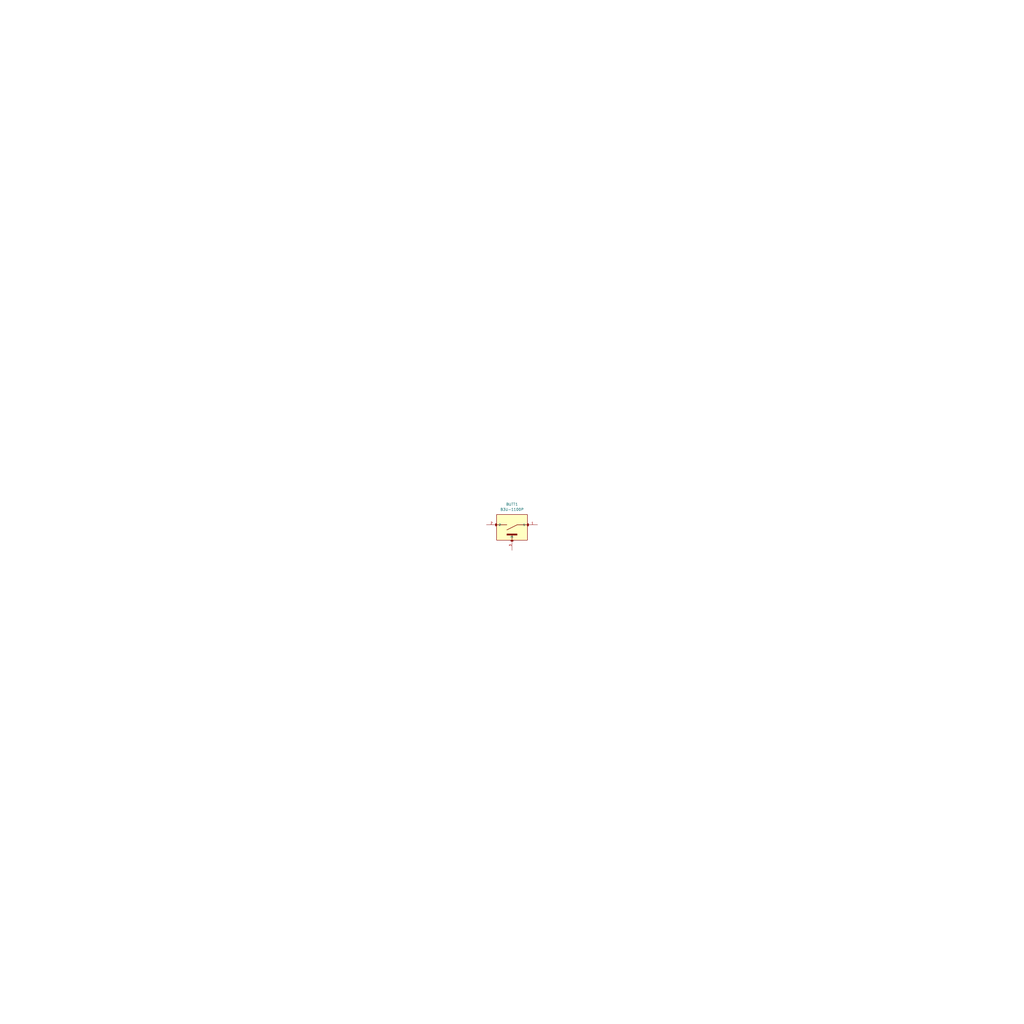
<source format=kicad_sch>
(kicad_sch (version 20250114) (generator "eeschema") (generator_version "9.0")
  (paper "User" 508 508)
  (lib_symbols
    (symbol "B3U-1100P:B3U-1100P" (pin_names (offset 1.016))
      (property "Reference" "S" (at 7.6291 -5.0861 0))
      (property "Value" "B3U-1100P" (at 7.6346 -10.1794 0))
      (symbol "B3U-1100P_0_0"
        (rectangle (start -8.2645 -0.6357) (end -7.62 0.635) (stroke (width 0.1)) (fill (type outline)))
        (rectangle (start -7.62 -7.62) (end 7.62 5.08) (stroke (width 0.254)) (fill (type background)))
        (rectangle (start -2.5423 -5.0846) (end 2.54 -4.445) (stroke (width 0.1)) (fill (type outline)))
        (polyline (pts (xy -2.54 0) (xy -7.62 0)) (stroke (width 0.254)))
        (polyline (pts (xy -2.54 -2.54) (xy 2.54 0)) (stroke (width 0.254)))
        (polyline (pts (xy -2.54 -5.08) (xy 0 -5.08)) (stroke (width 0.254)))
        (rectangle (start -0.6357 -8.2643) (end 0.635 -7.62) (stroke (width 0.1)) (fill (type outline)))
        (polyline (pts (xy 0 -5.08) (xy 0 -7.62)) (stroke (width 0.254)))
        (polyline (pts (xy 0 -5.08) (xy 2.54 -5.08)) (stroke (width 0.254)))
        (polyline (pts (xy 2.54 0) (xy 7.62 0)) (stroke (width 0.254)))
        (rectangle (start 7.6245 -0.6354) (end 8.255 0.635) (stroke (width 0.1)) (fill (type outline)))
        (pin passive line (at -12.7 0 0) (length 5.08) (name "2") (number "2"))
        (pin passive line (at 0 -12.7 90) (length 5.08) (name "3") (number "3"))
        (pin passive line (at 12.7 0 180) (length 5.08) (name "1") (number "1"))
      )
    )
  )
  (symbol (lib_id "B3U-1100P:B3U-1100P") (at 254 260.35 0) (unit 1)
    (property "Reference" "BUTT1" (at 253.9952 250.19 0))
    (property "Value" "B3U-1100P" (at 253.9952 252.73 0))
    (property "Footprint" "Button_Switch_SMD:SW_SPST_B3U-1100P" (effects (hide yes)))
    (property "MANUFACTURER" "Omron" (effects (hide yes)))
  )
)
</source>
